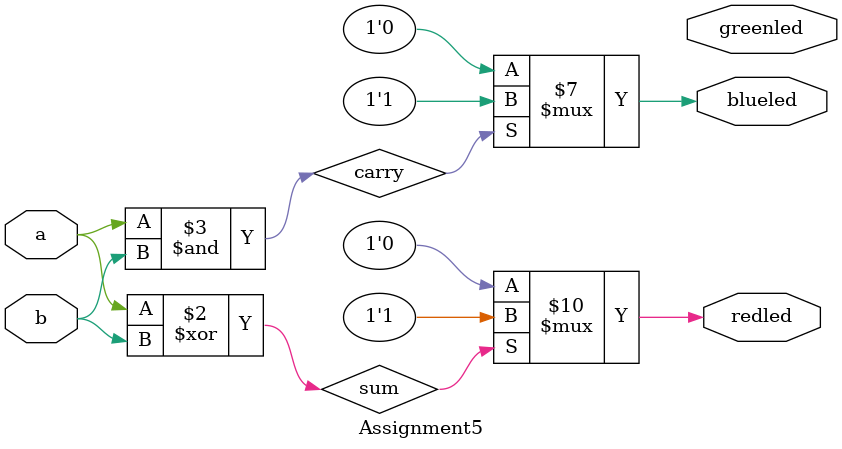
<source format=v>
module Assignment5(
input wire a,
input wire b,
output wire redled,
output wire greenled,
output wire blueled
);

reg sum, carry;
always @(*)
begin
sum = a^b;
carry = a&b;
if(sum==1)
begin
redled=1;
end
else
begin
redled=0;
end

if(carry==1)
begin
blueled=1;
end
else
begin
blueled=0;
end
end
endmodule

</source>
